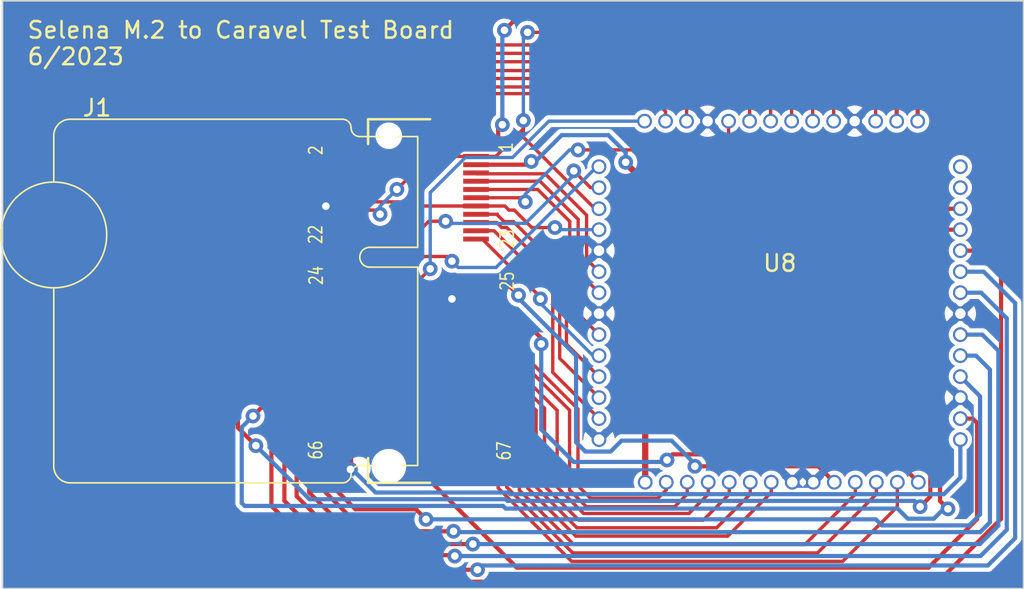
<source format=kicad_pcb>
(kicad_pcb (version 20221018) (generator pcbnew)
  (layers (0 "F.Cu" signal) (31 "B.Cu" signal) (34 "B.Paste" user) (35 "F.Paste" user) (36 "B.SilkS" user "B.Silkscreen") (37 "F.SilkS" user "F.Silkscreen") (38 "B.Mask" user) (39 "F.Mask" user) (44 "Edge.Cuts" user))
  (net 0 "")
  (net 1 "vccd2")
  (net 3 "vddio")
  (net 5 "vdda")
  (net 7 "~{RST}")
  (net 9 "xclk")
  (net 11 "Caravel_CSB")
  (net 12 "GND")
  (net 13 "vdda2")
  (net 14 "vccd")
  (net 15 "Caravel_D0")
  (net 16 "Caravel_D1")
  (net 18 "gpio")
  (net 19 "SA_col_sel0")
  (net 20 "Caravel_SCK")
  (net 21 "SA_col_sel1")
  (net 22 "vdda1")
  (net 23 "SA_col_sel2")
  (net 24 "vccd1")
  (net 25 "SA_row_sel0")
  (net 26 "SA_row_sel1")
  (net 28 "SA_row_sel2")
  (net 30 "LA__col_data_in")
  (net 32 "LA_col_rst")
  (net 34 "LA_col_ena")
  (net 36 "LA_col_clk")
  (net 39 "mprj_io[1]_SDO")
  (net 41 "mprj_io[2]_SDI")
  (net 42 "Gring")
  (net 43 "mprj_io[3]_CSB")
  (net 44 "CSA_VREF")
  (net 45 "mprj_io[4]_SCK")
  (net 46 "VREF")
  (net 47 "mprj_io[5]_ser_rx")
  (net 48 "VBIAS")
  (net 49 "LA_row_clk__ser_tx")
  (net 50 "SF_IB")
  (net 51 "LA_row_ena")
  (net 52 "NB1")
  (net 53 "LA_row_rst")
  (net 54 "NB2")
  (net 55 "LA_row_data_in")
  (net 56 "OUT_IB")
  (net 58 "AMP_IB")
  (net 60 "SA_output")
  (net 62 "LA_output")
  (footprint "dave:M.2-CONNECTOR-E" (layer "F.Cu") (at 141.9668 89.283 90)
    (fp_text reference "J1")
    (fp_text value "Conn_M.2" hide)
  )
  (footprint "dave:Caravel_Carrier_Footprint" (layer "F.Cu") (at 165.0893 89.3224 -90)
    (fp_text reference "U8")
    (fp_text value "Caravel_Footprint")
  )
  (gr_line (start 180.34 71.12) (end 118.618 71.12) (stroke (width 0.1)) (layer "Edge.Cuts"))
  (gr_line (start 118.618 71.12) (end 118.618 106.68) (stroke (width 0.1)) (layer "Edge.Cuts"))
  (gr_line (start 180.34 106.68) (end 180.34 71.12) (stroke (width 0.1)) (layer "Edge.Cuts"))
  (gr_line (start 118.618 106.68) (end 180.34 106.68) (stroke (width 0.1)) (layer "Edge.Cuts"))
  (gr_text "Selena M.2 to Caravel Test Board\n6/2023" (at 120.0404 75.0824) (layer "F.SilkS") (effects (font (size 1 1)) (justify left bottom)))
  (segment (start 148.0022 80.033) (end 148.5793 79.4559) (width 0.254) (layer "F.Cu") (net 1))
  (segment (start 148.5793 78.8693) (end 148.8333 78.6153) (width 0.254) (layer "F.Cu") (net 1))
  (segment (start 148.5793 79.4559) (end 148.5793 78.8693) (width 0.254) (layer "F.Cu") (net 1))
  (segment (start 147.2418 80.033) (end 148.0022 80.033) (width 0.254) (layer "F.Cu") (net 1))
  (segment (start 167.1467 72.1383) (end 172.67 77.6616) (width 0.254) (layer "F.Cu") (net 1))
  (segment (start 148.9603 72.9003) (end 149.7223 72.1383) (width 0.254) (layer "F.Cu") (net 1))
  (segment (start 149.7223 72.1383) (end 167.1467 72.1383) (width 0.254) (layer "F.Cu") (net 1))
  (segment (start 172.67 77.6616) (end 172.67 78.4004) (width 0.254) (layer "F.Cu") (net 1))
  (via (at 148.9603 72.9003) (size 0.889) (drill 0.4572) (layers "F.Cu" "B.Cu") (net 1))
  (via (at 148.8333 78.6153) (size 0.889) (drill 0.4572) (layers "F.Cu" "B.Cu") (net 1))
  (segment (start 148.8333 73.0273) (end 148.8333 78.6153) (width 0.254) (layer "B.Cu") (net 1))
  (segment (start 148.9603 72.9003) (end 148.8333 73.0273) (width 0.254) (layer "B.Cu") (net 1))
  (segment (start 149.0873 79.8853) (end 148.4396 80.533) (width 0.2032) (layer "F.Cu") (net 3))
  (segment (start 141.1931 83.783) (end 141.4419 84.0318) (width 0.2032) (layer "F.Cu") (net 3))
  (segment (start 139.6918 83.783) (end 141.1931 83.783) (width 0.2032) (layer "F.Cu") (net 3))
  (segment (start 150.1033 78.8693) (end 150.1033 78.3613) (width 0.2032) (layer "F.Cu") (net 3))
  (segment (start 150.3573 73.0273) (end 166.8673 73.0273) (width 0.2032) (layer "F.Cu") (net 3))
  (segment (start 154.6753 83.6953) (end 154.4273 83.6953) (width 0.2032) (layer "F.Cu") (net 3))
  (segment (start 149.0873 79.8853) (end 150.1033 78.8693) (width 0.2032) (layer "F.Cu") (net 3))
  (segment (start 148.4396 80.533) (end 147.2418 80.533) (width 0.2032) (layer "F.Cu") (net 3))
  (segment (start 154.4273 83.6953) (end 150.1033 79.3713) (width 0.2032) (layer "F.Cu") (net 3))
  (segment (start 150.1033 79.3713) (end 150.1033 78.3613) (width 0.2032) (layer "F.Cu") (net 3))
  (segment (start 142.4579 82.5269) (end 144.4518 80.533) (width 0.2032) (layer "F.Cu") (net 3))
  (segment (start 144.4518 80.533) (end 147.2418 80.533) (width 0.2032) (layer "F.Cu") (net 3))
  (segment (start 171.4 77.56) (end 171.4 78.4004) (width 0.2032) (layer "F.Cu") (net 3))
  (segment (start 166.8673 73.0273) (end 171.4 77.56) (width 0.2032) (layer "F.Cu") (net 3))
  (via (at 141.4419 84.0318) (size 0.889) (drill 0.4572) (layers "F.Cu" "B.Cu") (net 3))
  (via (at 142.4579 82.5269) (size 0.889) (drill 0.4572) (layers "F.Cu" "B.Cu") (net 3))
  (via (at 150.3573 73.0273) (size 0.889) (drill 0.4572) (layers "F.Cu" "B.Cu") (net 3))
  (via (at 150.1033 78.3613) (size 0.889) (drill 0.4572) (layers "F.Cu" "B.Cu") (net 3))
  (segment (start 150.1033 73.2813) (end 150.1033 78.3613) (width 0.2032) (layer "B.Cu") (net 3))
  (segment (start 150.3573 73.0273) (end 150.1033 73.2813) (width 0.2032) (layer "B.Cu") (net 3))
  (segment (start 141.4419 84.0318) (end 141.4419 83.5429) (width 0.2032) (layer "B.Cu") (net 3))
  (segment (start 141.4419 83.5429) (end 142.4579 82.5269) (width 0.2032) (layer "B.Cu") (net 3))
  (segment (start 156.2893 80.9373) (end 156.2893 80.8873) (width 0.254) (layer "F.Cu") (net 5))
  (segment (start 147.2418 81.033) (end 150.382732 81.033) (width 0.254) (layer "F.Cu") (net 5))
  (segment (start 150.382732 81.033) (end 150.580305 80.835427) (width 0.254) (layer "F.Cu") (net 5))
  (segment (start 157.4693 100.2444) (end 157.4693 82.1173) (width 0.381) (layer "F.Cu") (net 5))
  (segment (start 157.4693 82.1173) (end 156.2893 80.9373) (width 0.381) (layer "F.Cu") (net 5))
  (via (at 150.580305 80.835427) (size 0.889) (drill 0.4572) (layers "F.Cu" "B.Cu") (net 5))
  (via (at 156.2893 80.8873) (size 0.889) (drill 0.4572) (layers "F.Cu" "B.Cu") (net 5))
  (segment (start 156.2893 80.2973) (end 155.2393 79.2473) (width 0.254) (layer "B.Cu") (net 5))
  (segment (start 156.2893 80.8873) (end 156.2893 80.2973) (width 0.254) (layer "B.Cu") (net 5))
  (segment (start 150.6893 80.9773) (end 150.580305 80.868305) (width 0.254) (layer "B.Cu") (net 5))
  (segment (start 155.2393 79.2473) (end 152.4193 79.2473) (width 0.254) (layer "B.Cu") (net 5))
  (segment (start 152.4193 79.2473) (end 150.6893 80.9773) (width 0.254) (layer "B.Cu") (net 5))
  (segment (start 150.580305 80.868305) (end 150.580305 80.835427) (width 0.254) (layer "B.Cu") (net 5))
  (segment (start 151.4218 81.5848) (end 153.926 84.089) (width 0.2032) (layer "F.Cu") (net 7))
  (segment (start 153.926 86.756) (end 154.6753 87.5053) (width 0.2032) (layer "F.Cu") (net 7))
  (segment (start 147.2418 81.533) (end 147.2936 81.5848) (width 0.2032) (layer "F.Cu") (net 7))
  (segment (start 147.2936 81.5848) (end 151.4218 81.5848) (width 0.2032) (layer "F.Cu") (net 7))
  (segment (start 153.926 84.089) (end 153.926 86.756) (width 0.2032) (layer "F.Cu") (net 7))
  (segment (start 153.416 84.341) (end 153.416 87.376) (width 0.2032) (layer "F.Cu") (net 9))
  (segment (start 153.926 87.886) (end 153.926 88.026) (width 0.2032) (layer "F.Cu") (net 9))
  (segment (start 147.2418 82.033) (end 151.108 82.033) (width 0.2032) (layer "F.Cu") (net 9))
  (segment (start 151.108 82.033) (end 153.416 84.341) (width 0.2032) (layer "F.Cu") (net 9))
  (segment (start 153.926 88.026) (end 154.6753 88.7753) (width 0.2032) (layer "F.Cu") (net 9))
  (segment (start 153.416 87.376) (end 153.926 87.886) (width 0.2032) (layer "F.Cu") (net 9))
  (segment (start 152.908 84.468) (end 152.908 87.381106) (width 0.2032) (layer "F.Cu") (net 11))
  (segment (start 153.0624 87.535506) (end 153.0624 89.7024) (width 0.2032) (layer "F.Cu") (net 11))
  (segment (start 147.2418 82.533) (end 150.973 82.533) (width 0.2032) (layer "F.Cu") (net 11))
  (segment (start 153.0624 89.7024) (end 154.6753 91.3153) (width 0.2032) (layer "F.Cu") (net 11))
  (segment (start 150.973 82.533) (end 152.908 84.468) (width 0.2032) (layer "F.Cu") (net 11))
  (segment (start 152.908 87.381106) (end 153.0624 87.535506) (width 0.2032) (layer "F.Cu") (net 11))
  (segment (start 138.595 82.783) (end 139.6918 82.783) (width 0.2032) (layer "F.Cu") (net 12))
  (segment (start 139.6918 84.283) (end 138.5244 84.283) (width 0.2032) (layer "F.Cu") (net 12))
  (segment (start 147.2418 89.033) (end 145.9086 89.033) (width 0.2032) (layer "F.Cu") (net 12))
  (segment (start 145.9086 89.033) (end 145.7853 89.1563) (width 0.2032) (layer "F.Cu") (net 12))
  (segment (start 138.5244 84.283) (end 137.8097 83.5683) (width 0.2032) (layer "F.Cu") (net 12))
  (segment (start 137.8097 83.5683) (end 138.595 82.783) (width 0.2032) (layer "F.Cu") (net 12))
  (via (at 138.1653 83.5429) (size 0.889) (drill 0.4572) (layers "F.Cu" "B.Cu") (net 12))
  (via (at 145.7853 89.1563) (size 0.889) (drill 0.4572) (layers "F.Cu" "B.Cu") (net 12))
  (segment (start 153.4053 80.1393) (end 161.7873 80.1393) (width 0.2032) (layer "F.Cu") (net 13))
  (segment (start 161.7873 80.1393) (end 162.51 79.4166) (width 0.2032) (layer "F.Cu") (net 13))
  (segment (start 162.51 79.4166) (end 162.51 78.4004) (width 0.2032) (layer "F.Cu") (net 13))
  (segment (start 150.220268 83.281367) (end 149.971901 83.033) (width 0.2032) (layer "F.Cu") (net 13))
  (segment (start 149.971901 83.033) (end 147.2418 83.033) (width 0.2032) (layer "F.Cu") (net 13))
  (via (at 153.4053 80.1393) (size 0.889) (drill 0.4572) (layers "F.Cu" "B.Cu") (net 13))
  (via (at 150.220268 83.281367) (size 0.889) (drill 0.4572) (layers "F.Cu" "B.Cu") (net 13))
  (segment (start 150.220268 82.816332) (end 152.8973 80.1393) (width 0.2032) (layer "B.Cu") (net 13))
  (segment (start 152.8973 80.1393) (end 153.4053 80.1393) (width 0.2032) (layer "B.Cu") (net 13))
  (segment (start 150.220268 83.281367) (end 150.220268 82.816332) (width 0.2032) (layer "B.Cu") (net 13))
  (segment (start 148.983806 83.533) (end 147.2418 83.533) (width 0.2032) (layer "F.Cu") (net 14))
  (segment (start 149.5548 83.7818) (end 149.232606 83.7818) (width 0.2032) (layer "F.Cu") (net 14))
  (segment (start 143.21 83.533) (end 147.2418 83.533) (width 0.2032) (layer "F.Cu") (net 14))
  (segment (start 152.0083 84.8383) (end 150.6113 84.8383) (width 0.2032) (layer "F.Cu") (net 14))
  (segment (start 150.6113 84.8383) (end 149.5548 83.7818) (width 0.2032) (layer "F.Cu") (net 14))
  (segment (start 139.6918 83.283) (end 142.96 83.283) (width 0.2032) (layer "F.Cu") (net 14))
  (segment (start 149.232606 83.7818) (end 148.983806 83.533) (width 0.2032) (layer "F.Cu") (net 14))
  (segment (start 142.96 83.283) (end 143.21 83.533) (width 0.2032) (layer "F.Cu") (net 14))
  (via (at 152.0083 84.8383) (size 0.889) (drill 0.4572) (layers "F.Cu" "B.Cu") (net 14))
  (segment (start 152.0083 84.8383) (end 152.1353 84.9653) (width 0.2032) (layer "B.Cu") (net 14))
  (segment (start 152.1353 84.9653) (end 154.6753 84.9653) (width 0.2032) (layer "B.Cu") (net 14))
  (segment (start 148.943277 84.4803) (end 149.5043 84.4803) (width 0.2032) (layer "F.Cu") (net 15))
  (segment (start 152.7068 87.6828) (end 152.7068 91.8868) (width 0.2032) (layer "F.Cu") (net 15))
  (segment (start 148.534106 84.071129) (end 148.943277 84.4803) (width 0.2032) (layer "F.Cu") (net 15))
  (segment (start 149.5043 84.4803) (end 152.7068 87.6828) (width 0.2032) (layer "F.Cu") (net 15))
  (segment (start 147.2418 84.033) (end 148.534106 84.033) (width 0.2032) (layer "F.Cu") (net 15))
  (segment (start 152.7068 91.8868) (end 154.6753 93.8553) (width 0.2032) (layer "F.Cu") (net 15))
  (segment (start 148.534106 84.033) (end 148.534106 84.071129) (width 0.2032) (layer "F.Cu") (net 15))
  (segment (start 152.3004 88.0384) (end 152.3004 92.7504) (width 0.2032) (layer "F.Cu") (net 16))
  (segment (start 148.795983 84.8359) (end 149.0979 84.8359) (width 0.2032) (layer "F.Cu") (net 16))
  (segment (start 148.493083 84.533) (end 148.795983 84.8359) (width 0.2032) (layer "F.Cu") (net 16))
  (segment (start 149.0979 84.8359) (end 152.3004 88.0384) (width 0.2032) (layer "F.Cu") (net 16))
  (segment (start 152.3004 92.7504) (end 154.6753 95.1253) (width 0.2032) (layer "F.Cu") (net 16))
  (segment (start 147.2418 84.533) (end 148.493083 84.533) (width 0.2032) (layer "F.Cu") (net 16))
  (segment (start 147.2418 85.033) (end 148.332764 85.033) (width 0.2032) (layer "F.Cu") (net 18))
  (segment (start 151.8813 88.581536) (end 151.8813 93.6013) (width 0.2032) (layer "F.Cu") (net 18))
  (segment (start 148.332764 85.033) (end 151.8813 88.581536) (width 0.2032) (layer "F.Cu") (net 18))
  (segment (start 151.8813 93.6013) (end 154.6753 96.3953) (width 0.2032) (layer "F.Cu") (net 18))
  (segment (start 143.5626 85.283) (end 139.6918 85.283) (width 0.2032) (layer "F.Cu") (net 19))
  (segment (start 154.1673 82.4253) (end 154.6753 82.4253) (width 0.2032) (layer "F.Cu") (net 19))
  (segment (start 144.3883 84.4573) (end 143.5626 85.283) (width 0.2032) (layer "F.Cu") (net 19))
  (segment (start 153.1513 81.4093) (end 154.1673 82.4253) (width 0.2032) (layer "F.Cu") (net 19))
  (segment (start 145.4043 84.4573) (end 144.3883 84.4573) (width 0.2032) (layer "F.Cu") (net 19))
  (via (at 153.1513 81.4093) (size 0.889) (drill 0.4572) (layers "F.Cu" "B.Cu") (net 19))
  (via (at 145.4043 84.4573) (size 0.889) (drill 0.4572) (layers "F.Cu" "B.Cu") (net 19))
  (segment (start 145.5313 84.5843) (end 150.2303 84.5843) (width 0.2032) (layer "B.Cu") (net 19))
  (segment (start 150.2303 84.5843) (end 153.1513 81.6633) (width 0.2032) (layer "B.Cu") (net 19))
  (segment (start 153.1513 81.6633) (end 153.1513 81.4093) (width 0.2032) (layer "B.Cu") (net 19))
  (segment (start 145.4043 84.4573) (end 145.5313 84.5843) (width 0.2032) (layer "B.Cu") (net 19))
  (segment (start 147.75 85.533) (end 147.2418 85.533) (width 0.2032) (layer "F.Cu") (net 20))
  (segment (start 147.75 85.66) (end 147.75 85.533) (width 0.2032) (layer "F.Cu") (net 20))
  (segment (start 151.13 89.154) (end 151.13 89.04) (width 0.2032) (layer "F.Cu") (net 20))
  (segment (start 151.13 89.04) (end 147.75 85.66) (width 0.2032) (layer "F.Cu") (net 20))
  (via (at 151.13 89.154) (size 0.889) (drill 0.4572) (layers "F.Cu" "B.Cu") (net 20))
  (segment (start 151.13 89.154) (end 151.13 89.4078) (width 0.2032) (layer "B.Cu") (net 20))
  (segment (start 151.13 89.4078) (end 154.3075 92.5853) (width 0.2032) (layer "B.Cu") (net 20))
  (segment (start 154.3075 92.5853) (end 154.6753 92.5853) (width 0.2032) (layer "B.Cu") (net 20))
  (segment (start 145.501982 86.586982) (end 140.887818 86.586982) (width 0.2032) (layer "F.Cu") (net 21))
  (segment (start 140.887818 86.586982) (end 139.6918 87.783) (width 0.2032) (layer "F.Cu") (net 21))
  (segment (start 145.7853 86.8703) (end 145.501982 86.586982) (width 0.2032) (layer "F.Cu") (net 21))
  (via (at 145.7853 86.8703) (size 0.889) (drill 0.4572) (layers "F.Cu" "B.Cu") (net 21))
  (segment (start 148.4523 87.2513) (end 154.5483 81.1553) (width 0.2032) (layer "B.Cu") (net 21))
  (segment (start 145.7853 86.8703) (end 146.1663 87.2513) (width 0.2032) (layer "B.Cu") (net 21))
  (segment (start 154.5483 81.1553) (end 154.6753 81.1553) (width 0.2032) (layer "B.Cu") (net 21))
  (segment (start 146.1663 87.2513) (end 148.4523 87.2513) (width 0.2032) (layer "B.Cu") (net 21))
  (segment (start 160.4693 99.2807) (end 167.9356 99.2807) (width 0.254) (layer "F.Cu") (net 22))
  (segment (start 167.9356 99.2807) (end 168.8993 100.2444) (width 0.254) (layer "F.Cu") (net 22))
  (segment (start 147.2418 88.033) (end 148.915 88.033) (width 0.254) (layer "F.Cu") (net 22))
  (segment (start 148.915 88.033) (end 149.8093 88.9273) (width 0.254) (layer "F.Cu") (net 22))
  (via (at 149.8093 88.9273) (size 0.889) (drill 0.4572) (layers "F.Cu" "B.Cu") (net 22))
  (via (at 160.4693 99.2807) (size 0.889) (drill 0.4572) (layers "F.Cu" "B.Cu") (net 22))
  (segment (start 149.8093 89.11085) (end 153.3293 92.63085) (width 0.254) (layer "B.Cu") (net 22))
  (segment (start 153.2893 97.8293) (end 153.8492 98.3892) (width 0.254) (layer "B.Cu") (net 22))
  (segment (start 149.8093 88.9273) (end 149.8093 89.11085) (width 0.254) (layer "B.Cu") (net 22))
  (segment (start 156.0427 97.7273) (end 159.0593 97.7273) (width 0.254) (layer "B.Cu") (net 22))
  (segment (start 153.2893 92.67085) (end 153.2893 97.8293) (width 0.254) (layer "B.Cu") (net 22))
  (segment (start 153.8492 98.3892) (end 155.3808 98.3892) (width 0.254) (layer "B.Cu") (net 22))
  (segment (start 159.0593 97.7273) (end 160.4693 99.1373) (width 0.254) (layer "B.Cu") (net 22))
  (segment (start 160.4693 99.1373) (end 160.4693 99.2807) (width 0.254) (layer "B.Cu") (net 22))
  (segment (start 153.3293 92.63085) (end 153.2893 92.67085) (width 0.254) (layer "B.Cu") (net 22))
  (segment (start 155.3808 98.3892) (end 156.0427 97.7273) (width 0.254) (layer "B.Cu") (net 22))
  (segment (start 143.526564 88.283) (end 144.473282 87.336282) (width 0.2032) (layer "F.Cu") (net 23))
  (segment (start 139.6918 88.283) (end 143.526564 88.283) (width 0.2032) (layer "F.Cu") (net 23))
  (via (at 144.473282 87.336282) (size 0.889) (drill 0.4572) (layers "F.Cu" "B.Cu") (net 23))
  (segment (start 146.5973 80.5973) (end 149.4493 80.5973) (width 0.2032) (layer "B.Cu") (net 23))
  (segment (start 151.6462 78.4004) (end 157.43 78.4004) (width 0.2032) (layer "B.Cu") (net 23))
  (segment (start 144.473282 87.336282) (end 144.473282 82.721318) (width 0.2032) (layer "B.Cu") (net 23))
  (segment (start 144.473282 82.721318) (end 146.5973 80.5973) (width 0.2032) (layer "B.Cu") (net 23))
  (segment (start 149.4493 80.5973) (end 151.6462 78.4004) (width 0.2032) (layer "B.Cu") (net 23))
  (segment (start 172.2922 98.5573) (end 159.1293 98.5573) (width 0.254) (layer "F.Cu") (net 24))
  (segment (start 151.1833 91.5313) (end 148.185 88.533) (width 0.254) (layer "F.Cu") (net 24))
  (segment (start 151.1833 91.8773) (end 151.1833 91.5313) (width 0.254) (layer "F.Cu") (net 24))
  (segment (start 173.9793 100.2444) (end 172.2922 98.5573) (width 0.254) (layer "F.Cu") (net 24))
  (segment (start 159.1293 98.5573) (end 158.7893 98.8973) (width 0.254) (layer "F.Cu") (net 24))
  (segment (start 148.185 88.533) (end 147.2418 88.533) (width 0.254) (layer "F.Cu") (net 24))
  (via (at 151.1833 91.8773) (size 0.889) (drill 0.4572) (layers "F.Cu" "B.Cu") (net 24))
  (via (at 158.7893 98.8973) (size 0.889) (drill 0.4572) (layers "F.Cu" "B.Cu") (net 24))
  (segment (start 151.1833 97.0513) (end 151.1833 91.8773) (width 0.254) (layer "B.Cu") (net 24))
  (segment (start 153.1493 99.0173) (end 151.1833 97.0513) (width 0.254) (layer "B.Cu") (net 24))
  (segment (start 158.6693 99.0173) (end 153.1493 99.0173) (width 0.254) (layer "B.Cu") (net 24))
  (segment (start 158.7893 98.8973) (end 158.6693 99.0173) (width 0.254) (layer "B.Cu") (net 24))
  (segment (start 137.4033 87.946564) (end 137.4033 80.9098) (width 0.2032) (layer "F.Cu") (net 25))
  (segment (start 158.7 77.814) (end 158.7 78.4004) (width 0.2032) (layer "F.Cu") (net 25))
  (segment (start 137.4033 80.9098) (end 141.5774 76.7357) (width 0.2032) (layer "F.Cu") (net 25))
  (segment (start 141.5774 76.7357) (end 157.6217 76.7357) (width 0.2032) (layer "F.Cu") (net 25))
  (segment (start 139.6918 88.783) (end 138.239736 88.783) (width 0.2032) (layer "F.Cu") (net 25))
  (segment (start 157.6217 76.7357) (end 158.7 77.814) (width 0.2032) (layer "F.Cu") (net 25))
  (segment (start 138.239736 88.783) (end 137.4033 87.946564) (width 0.2032) (layer "F.Cu") (net 25))
  (segment (start 159.97 77.56) (end 158.7393 76.3293) (width 0.2032) (layer "F.Cu") (net 26))
  (segment (start 158.7393 76.3293) (end 141.026036 76.3293) (width 0.2032) (layer "F.Cu") (net 26))
  (segment (start 141.026036 76.3293) (end 136.8953 80.460036) (width 0.2032) (layer "F.Cu") (net 26))
  (segment (start 136.8953 81.9173) (end 136.8953 88.0133) (width 0.2032) (layer "F.Cu") (net 26))
  (segment (start 159.97 78.4004) (end 159.97 77.56) (width 0.2032) (layer "F.Cu") (net 26))
  (segment (start 138.165 89.283) (end 139.6918 89.283) (width 0.2032) (layer "F.Cu") (net 26))
  (segment (start 136.8953 88.0133) (end 138.165 89.283) (width 0.2032) (layer "F.Cu") (net 26))
  (segment (start 136.8953 80.460036) (end 136.8953 81.9173) (width 0.2032) (layer "F.Cu") (net 26))
  (segment (start 137.903 89.783) (end 136.3873 88.2673) (width 0.2032) (layer "F.Cu") (net 28))
  (segment (start 139.6918 89.783) (end 137.903 89.783) (width 0.2032) (layer "F.Cu") (net 28))
  (segment (start 162.5493 75.8213) (end 163.78 77.052) (width 0.2032) (layer "F.Cu") (net 28))
  (segment (start 163.78 77.052) (end 163.78 78.4004) (width 0.2032) (layer "F.Cu") (net 28))
  (segment (start 140.5867 75.8213) (end 162.5493 75.8213) (width 0.2032) (layer "F.Cu") (net 28))
  (segment (start 136.3873 88.2673) (end 136.3873 80.0207) (width 0.2032) (layer "F.Cu") (net 28))
  (segment (start 136.3873 80.0207) (end 140.5867 75.8213) (width 0.2032) (layer "F.Cu") (net 28))
  (segment (start 163.8447 75.3387) (end 140.0533 75.3387) (width 0.2032) (layer "F.Cu") (net 30))
  (segment (start 165.05 78.4004) (end 165.05 76.544) (width 0.2032) (layer "F.Cu") (net 30))
  (segment (start 135.8793 79.5127) (end 135.8793 88.377264) (width 0.2032) (layer "F.Cu") (net 30))
  (segment (start 140.0533 75.3387) (end 135.8793 79.5127) (width 0.2032) (layer "F.Cu") (net 30))
  (segment (start 137.817636 90.283) (end 139.6918 90.283) (width 0.2032) (layer "F.Cu") (net 30))
  (segment (start 165.05 76.544) (end 163.8447 75.3387) (width 0.2032) (layer "F.Cu") (net 30))
  (segment (start 135.8793 88.377264) (end 137.801336 90.2993) (width 0.2032) (layer "F.Cu") (net 30))
  (segment (start 137.801336 90.2993) (end 137.817636 90.283) (width 0.2032) (layer "F.Cu") (net 30))
  (segment (start 137.633 90.783) (end 139.6918 90.783) (width 0.2032) (layer "F.Cu") (net 32))
  (segment (start 139.5707 74.8053) (end 135.3713 79.0047) (width 0.2032) (layer "F.Cu") (net 32))
  (segment (start 166.32 78.4004) (end 166.32 76.036) (width 0.2032) (layer "F.Cu") (net 32))
  (segment (start 135.3713 79.0047) (end 135.3713 88.5213) (width 0.2032) (layer "F.Cu") (net 32))
  (segment (start 166.32 76.036) (end 165.0893 74.8053) (width 0.2032) (layer "F.Cu") (net 32))
  (segment (start 135.3713 88.5213) (end 137.633 90.783) (width 0.2032) (layer "F.Cu") (net 32))
  (segment (start 165.0893 74.8053) (end 139.5707 74.8053) (width 0.2032) (layer "F.Cu") (net 32))
  (segment (start 134.8633 78.7507) (end 134.8633 88.7753) (width 0.2032) (layer "F.Cu") (net 34))
  (segment (start 137.371 91.283) (end 139.6918 91.283) (width 0.2032) (layer "F.Cu") (net 34))
  (segment (start 167.59 75.782) (end 166.1053 74.2973) (width 0.2032) (layer "F.Cu") (net 34))
  (segment (start 167.59 78.4004) (end 167.59 75.782) (width 0.2032) (layer "F.Cu") (net 34))
  (segment (start 166.1053 74.2973) (end 139.3167 74.2973) (width 0.2032) (layer "F.Cu") (net 34))
  (segment (start 139.3167 74.2973) (end 134.8633 78.7507) (width 0.2032) (layer "F.Cu") (net 34))
  (segment (start 134.8633 88.7753) (end 137.371 91.283) (width 0.2032) (layer "F.Cu") (net 34))
  (segment (start 139.0627 73.7893) (end 134.3553 78.4967) (width 0.2032) (layer "F.Cu") (net 36))
  (segment (start 134.3553 78.4967) (end 134.3553 89.5373) (width 0.2032) (layer "F.Cu") (net 36))
  (segment (start 166.6133 73.7893) (end 139.0627 73.7893) (width 0.2032) (layer "F.Cu") (net 36))
  (segment (start 168.86 78.4004) (end 168.86 76.036) (width 0.2032) (layer "F.Cu") (net 36))
  (segment (start 134.3553 89.5373) (end 136.601 91.783) (width 0.2032) (layer "F.Cu") (net 36))
  (segment (start 136.601 91.783) (end 139.6918 91.783) (width 0.2032) (layer "F.Cu") (net 36))
  (segment (start 168.86 76.036) (end 166.6133 73.7893) (width 0.2032) (layer "F.Cu") (net 36))
  (segment (start 150.117736 92.533) (end 147.2418 92.533) (width 0.2032) (layer "F.Cu") (net 39))
  (segment (start 158.2313 101.2213) (end 154.1673 101.2213) (width 0.2032) (layer "F.Cu") (net 39))
  (segment (start 153.4053 95.820564) (end 150.117736 92.533) (width 0.2032) (layer "F.Cu") (net 39))
  (segment (start 154.1673 101.2213) (end 153.4053 100.4593) (width 0.2032) (layer "F.Cu") (net 39))
  (segment (start 158.7393 100.7133) (end 158.2313 101.2213) (width 0.2032) (layer "F.Cu") (net 39))
  (segment (start 153.4053 100.4593) (end 153.4053 95.820564) (width 0.2032) (layer "F.Cu") (net 39))
  (segment (start 158.7393 100.2444) (end 158.7393 100.7133) (width 0.2032) (layer "F.Cu") (net 39))
  (segment (start 152.8973 100.7133) (end 152.8973 95.8873) (width 0.2032) (layer "F.Cu") (net 41))
  (segment (start 150.043 93.033) (end 147.2418 93.033) (width 0.2032) (layer "F.Cu") (net 41))
  (segment (start 160.0093 100.9673) (end 159.2473 101.7293) (width 0.2032) (layer "F.Cu") (net 41))
  (segment (start 152.8973 95.8873) (end 150.043 93.033) (width 0.2032) (layer "F.Cu") (net 41))
  (segment (start 159.2473 101.7293) (end 153.9133 101.7293) (width 0.2032) (layer "F.Cu") (net 41))
  (segment (start 160.0093 100.2444) (end 160.0093 100.9673) (width 0.2032) (layer "F.Cu") (net 41))
  (segment (start 153.9133 101.7293) (end 152.8973 100.7133) (width 0.2032) (layer "F.Cu") (net 41))
  (segment (start 140.49 71.6) (end 169.26 71.6) (width 0.254) (layer "F.Cu") (net 42))
  (segment (start 139.6918 93.283) (end 136.971 93.283) (width 0.254) (layer "F.Cu") (net 42))
  (segment (start 133.604 89.916) (end 133.604 78.486) (width 0.254) (layer "F.Cu") (net 42))
  (segment (start 173.94 76.28) (end 173.94 78.4004) (width 0.254) (layer "F.Cu") (net 42))
  (segment (start 133.604 78.486) (end 140.49 71.6) (width 0.254) (layer "F.Cu") (net 42))
  (segment (start 169.26 71.6) (end 173.94 76.28) (width 0.254) (layer "F.Cu") (net 42))
  (segment (start 136.971 93.283) (end 133.604 89.916) (width 0.254) (layer "F.Cu") (net 42))
  (segment (start 153.744964 102.1357) (end 160.1109 102.1357) (width 0.2032) (layer "F.Cu") (net 43))
  (segment (start 147.2418 93.533) (end 149.781 93.533) (width 0.2032) (layer "F.Cu") (net 43))
  (segment (start 160.1109 102.1357) (end 161.2793 100.9673) (width 0.2032) (layer "F.Cu") (net 43))
  (segment (start 152.146 100.536736) (end 153.744964 102.1357) (width 0.2032) (layer "F.Cu") (net 43))
  (segment (start 149.781 93.533) (end 152.146 95.898) (width 0.2032) (layer "F.Cu") (net 43))
  (segment (start 152.146 95.898) (end 152.146 100.536736) (width 0.2032) (layer "F.Cu") (net 43))
  (segment (start 161.2793 100.9673) (end 161.2793 100.2444) (width 0.2032) (layer "F.Cu") (net 43))
  (segment (start 174.7032 84.8368) (end 175.8447 83.6953) (width 0.254) (layer "F.Cu") (net 44))
  (segment (start 174.7032 101.1102) (end 174.7032 84.8368) (width 0.254) (layer "F.Cu") (net 44))
  (segment (start 132.85 96.9466) (end 132.85 95.73) (width 0.254) (layer "F.Cu") (net 44))
  (segment (start 133.9334 98.03) (end 132.85 96.9466) (width 0.254) (layer "F.Cu") (net 44))
  (segment (start 175.8447 83.6953) (end 176.5193 83.6953) (width 0.254) (layer "F.Cu") (net 44))
  (segment (start 174.0867 101.7267) (end 174.7032 101.1102) (width 0.254) (layer "F.Cu") (net 44))
  (segment (start 132.85 95.73) (end 134.797 93.783) (width 0.254) (layer "F.Cu") (net 44))
  (segment (start 134.797 93.783) (end 139.6918 93.783) (width 0.254) (layer "F.Cu") (net 44))
  (via (at 174.0867 101.7267) (size 0.889) (drill 0.4572) (layers "F.Cu" "B.Cu") (net 44))
  (via (at 133.9334 98.03) (size 0.889) (drill 0.4572) (layers "F.Cu" "B.Cu") (net 44))
  (segment (start 149.143786 101.3747) (end 149.042686 101.2736) (width 0.254) (layer "B.Cu") (net 44))
  (segment (start 174.0867 101.7267) (end 173.7347 101.3747) (width 0.254) (layer "B.Cu") (net 44))
  (segment (start 173.7347 101.3747) (end 149.143786 101.3747) (width 0.254) (layer "B.Cu") (net 44))
  (segment (start 149.042686 101.2736) (end 137.177 101.2736) (width 0.254) (layer "B.Cu") (net 44))
  (segment (start 137.177 101.2736) (end 133.9334 98.03) (width 0.254) (layer "B.Cu") (net 44))
  (segment (start 162.5493 100.2444) (end 162.5493 100.9673) (width 0.2032) (layer "F.Cu") (net 45))
  (segment (start 149.646 94.033) (end 147.2418 94.033) (width 0.2032) (layer "F.Cu") (net 45))
  (segment (start 160.9745 102.5421) (end 153.4561 102.5421) (width 0.2032) (layer "F.Cu") (net 45))
  (segment (start 151.384 95.771) (end 149.646 94.033) (width 0.2032) (layer "F.Cu") (net 45))
  (segment (start 151.384 100.47) (end 151.384 95.771) (width 0.2032) (layer "F.Cu") (net 45))
  (segment (start 153.4561 102.5421) (end 151.384 100.47) (width 0.2032) (layer "F.Cu") (net 45))
  (segment (start 162.5493 100.9673) (end 160.9745 102.5421) (width 0.2032) (layer "F.Cu") (net 45))
  (segment (start 175.4347 84.9653) (end 176.5193 84.9653) (width 0.254) (layer "F.Cu") (net 46))
  (segment (start 175.29 85.11) (end 175.4347 84.9653) (width 0.254) (layer "F.Cu") (net 46))
  (segment (start 133.76 96.24) (end 135.717 94.283) (width 0.254) (layer "F.Cu") (net 46))
  (segment (start 175.29 101.376) (end 175.29 85.11) (width 0.254) (layer "F.Cu") (net 46))
  (segment (start 175.768 101.854) (end 175.29 101.376) (width 0.254) (layer "F.Cu") (net 46))
  (segment (start 135.717 94.283) (end 139.6918 94.283) (width 0.254) (layer "F.Cu") (net 46))
  (via (at 175.768 101.854) (size 0.889) (drill 0.4572) (layers "F.Cu" "B.Cu") (net 46))
  (via (at 133.76 96.24) (size 0.889) (drill 0.4572) (layers "F.Cu" "B.Cu") (net 46))
  (segment (start 175.768 101.854) (end 175.514 101.854) (width 0.254) (layer "B.Cu") (net 46))
  (segment (start 133.08 101.5) (end 133.08 96.92) (width 0.254) (layer "B.Cu") (net 46))
  (segment (start 148.87435 101.68) (end 133.26 101.68) (width 0.254) (layer "B.Cu") (net 46))
  (segment (start 174.9174 102.4506) (end 173.3406 102.4506) (width 0.254) (layer "B.Cu") (net 46))
  (segment (start 172.73 101.84) (end 149.03435 101.84) (width 0.254) (layer "B.Cu") (net 46))
  (segment (start 173.3406 102.4506) (end 172.73 101.84) (width 0.254) (layer "B.Cu") (net 46))
  (segment (start 149.03435 101.84) (end 148.87435 101.68) (width 0.254) (layer "B.Cu") (net 46))
  (segment (start 133.08 96.92) (end 133.76 96.24) (width 0.254) (layer "B.Cu") (net 46))
  (segment (start 175.514 101.854) (end 174.9174 102.4506) (width 0.254) (layer "B.Cu") (net 46))
  (segment (start 133.26 101.68) (end 133.08 101.5) (width 0.254) (layer "B.Cu") (net 46))
  (segment (start 153.338564 102.9993) (end 161.7873 102.9993) (width 0.2032) (layer "F.Cu") (net 47))
  (segment (start 150.876 95.898) (end 150.876 100.536736) (width 0.2032) (layer "F.Cu") (net 47))
  (segment (start 163.8193 100.9673) (end 163.8193 100.2444) (width 0.2032) (layer "F.Cu") (net 47))
  (segment (start 147.2418 94.533) (end 149.511 94.533) (width 0.2032) (layer "F.Cu") (net 47))
  (segment (start 161.7873 102.9993) (end 163.8193 100.9673) (width 0.2032) (layer "F.Cu") (net 47))
  (segment (start 150.876 100.536736) (end 153.338564 102.9993) (width 0.2032) (layer "F.Cu") (net 47))
  (segment (start 149.511 94.533) (end 150.876 95.898) (width 0.2032) (layer "F.Cu") (net 47))
  (segment (start 178.98 102.46) (end 175.1761 106.2639) (width 0.254) (layer "F.Cu") (net 48))
  (segment (start 134.874 101.678736) (end 134.874 96.774) (width 0.254) (layer "F.Cu") (net 48))
  (segment (start 136.865 94.783) (end 139.6918 94.783) (width 0.254) (layer "F.Cu") (net 48))
  (segment (start 139.459164 106.2639) (end 134.874 101.678736) (width 0.254) (layer "F.Cu") (net 48))
  (segment (start 177.4353 86.2353) (end 178.98 87.78) (width 0.254) (layer "F.Cu") (net 48))
  (segment (start 176.5193 86.2353) (end 177.4353 86.2353) (width 0.254) (layer "F.Cu") (net 48))
  (segment (start 178.98 87.78) (end 178.98 102.46) (width 0.254) (layer "F.Cu") (net 48))
  (segment (start 134.874 96.774) (end 136.865 94.783) (width 0.254) (layer "F.Cu") (net 48))
  (segment (start 175.1761 106.2639) (end 139.459164 106.2639) (width 0.254) (layer "F.Cu") (net 48))
  (segment (start 153.271828 103.5073) (end 150.368 100.603472) (width 0.2032) (layer "F.Cu") (net 49))
  (segment (start 165.0893 100.2444) (end 165.0893 100.873017) (width 0.2032) (layer "F.Cu") (net 49))
  (segment (start 150.368 100.603472) (end 150.368 96.279) (width 0.2032) (layer "F.Cu") (net 49))
  (segment (start 162.455017 103.5073) (end 153.271828 103.5073) (width 0.2032) (layer "F.Cu") (net 49))
  (segment (start 149.122 95.033) (end 147.2418 95.033) (width 0.2032) (layer "F.Cu") (net 49))
  (segment (start 150.368 96.279) (end 149.122 95.033) (width 0.2032) (layer "F.Cu") (net 49))
  (segment (start 165.0893 100.873017) (end 162.455017 103.5073) (width 0.2032) (layer "F.Cu") (net 49))
  (segment (start 135.66 101.37) (end 139.83 105.54) (width 0.254) (layer "F.Cu") (net 50))
  (segment (start 139.6918 95.283) (end 137.127 95.283) (width 0.254) (layer "F.Cu") (net 50))
  (segment (start 135.66 96.75) (end 135.66 101.37) (width 0.254) (layer "F.Cu") (net 50))
  (segment (start 139.83 105.54) (end 147.33 105.54) (width 0.254) (layer "F.Cu") (net 50))
  (segment (start 137.127 95.283) (end 135.66 96.75) (width 0.254) (layer "F.Cu") (net 50))
  (via (at 147.33 105.54) (size 0.889) (drill 0.4572) (layers "F.Cu" "B.Cu") (net 50))
  (segment (start 147.587 105.283) (end 178.181 105.283) (width 0.254) (layer "B.Cu") (net 50))
  (segment (start 179.832 89.408) (end 177.9293 87.5053) (width 0.254) (layer "B.Cu") (net 50))
  (segment (start 177.9293 87.5053) (end 176.5193 87.5053) (width 0.254) (layer "B.Cu") (net 50))
  (segment (start 178.181 105.283) (end 179.832 103.632) (width 0.254) (layer "B.Cu") (net 50))
  (segment (start 147.33 105.54) (end 147.587 105.283) (width 0.254) (layer "B.Cu") (net 50))
  (segment (start 179.832 103.632) (end 179.832 89.408) (width 0.254) (layer "B.Cu") (net 50))
  (segment (start 170.1693 100.9673) (end 170.1693 100.2444) (width 0.2032) (layer "F.Cu") (net 51))
  (segment (start 149.86 100.724) (end 153.1513 104.0153) (width 0.2032) (layer "F.Cu") (net 51))
  (segment (start 148.86 95.533) (end 149.86 96.533) (width 0.2032) (layer "F.Cu") (net 51))
  (segment (start 147.2418 95.533) (end 148.86 95.533) (width 0.2032) (layer "F.Cu") (net 51))
  (segment (start 149.86 96.533) (end 149.86 100.724) (width 0.2032) (layer "F.Cu") (net 51))
  (segment (start 153.1513 104.0153) (end 167.1213 104.0153) (width 0.2032) (layer "F.Cu") (net 51))
  (segment (start 167.1213 104.0153) (end 170.1693 100.9673) (width 0.2032) (layer "F.Cu") (net 51))
  (segment (start 139.966 104.66) (end 145.9098 104.66) (width 0.254) (layer "F.Cu") (net 52))
  (segment (start 137.389 95.783) (end 136.398 96.774) (width 0.254) (layer "F.Cu") (net 52))
  (segment (start 145.9098 104.66) (end 145.96 104.7102) (width 0.254) (layer "F.Cu") (net 52))
  (segment (start 139.6918 95.783) (end 137.389 95.783) (width 0.254) (layer "F.Cu") (net 52))
  (segment (start 136.398 96.774) (end 136.398 101.092) (width 0.254) (layer "F.Cu") (net 52))
  (segment (start 136.398 101.092) (end 139.966 104.66) (width 0.254) (layer "F.Cu") (net 52))
  (via (at 145.96 104.7102) (size 0.889) (drill 0.4572) (layers "F.Cu" "B.Cu") (net 52))
  (segment (start 179.324 90.324) (end 177.7753 88.7753) (width 0.254) (layer "B.Cu") (net 52))
  (segment (start 177.7378 104.7102) (end 179.324 103.124) (width 0.254) (layer "B.Cu") (net 52))
  (segment (start 179.324 103.124) (end 179.324 90.324) (width 0.254) (layer "B.Cu") (net 52))
  (segment (start 177.7753 88.7753) (end 176.5193 88.7753) (width 0.254) (layer "B.Cu") (net 52))
  (segment (start 145.96 104.7102) (end 177.7378 104.7102) (width 0.254) (layer "B.Cu") (net 52))
  (segment (start 167.8833 104.5233) (end 171.4393 100.9673) (width 0.2032) (layer "F.Cu") (net 53))
  (segment (start 147.2418 96.033) (end 148.598 96.033) (width 0.2032) (layer "F.Cu") (net 53))
  (segment (start 171.4393 100.9673) (end 171.4393 100.2444) (width 0.2032) (layer "F.Cu") (net 53))
  (segment (start 148.598 96.033) (end 149.098 96.533) (width 0.2032) (layer "F.Cu") (net 53))
  (segment (start 149.098 96.533) (end 149.098 100.536736) (width 0.2032) (layer "F.Cu") (net 53))
  (segment (start 153.084564 104.5233) (end 167.8833 104.5233) (width 0.2032) (layer "F.Cu") (net 53))
  (segment (start 149.098 100.536736) (end 153.084564 104.5233) (width 0.2032) (layer "F.Cu") (net 53))
  (segment (start 137.16 100.8672) (end 140.2796 103.9868) (width 0.254) (layer "F.Cu") (net 54))
  (segment (start 137.16 96.774) (end 137.16 100.8672) (width 0.254) (layer "F.Cu") (net 54))
  (segment (start 140.2796 103.9868) (end 147.05 103.9868) (width 0.254) (layer "F.Cu") (net 54))
  (segment (start 139.6918 96.283) (end 137.651 96.283) (width 0.254) (layer "F.Cu") (net 54))
  (segment (start 137.651 96.283) (end 137.16 96.774) (width 0.254) (layer "F.Cu") (net 54))
  (via (at 147.05 103.9868) (size 0.889) (drill 0.4572) (layers "F.Cu" "B.Cu") (net 54))
  (segment (start 177.6992 103.9868) (end 178.816 102.87) (width 0.254) (layer "B.Cu") (net 54))
  (segment (start 178.816 102.87) (end 178.816 92.286) (width 0.254) (layer "B.Cu") (net 54))
  (segment (start 147.05 103.9868) (end 177.6992 103.9868) (width 0.254) (layer "B.Cu") (net 54))
  (segment (start 178.816 92.286) (end 177.8453 91.3153) (width 0.254) (layer "B.Cu") (net 54))
  (segment (start 177.8453 91.3153) (end 176.5193 91.3153) (width 0.254) (layer "B.Cu") (net 54))
  (segment (start 148.5793 96.8359) (end 148.5793 100.592772) (width 0.2032) (layer "F.Cu") (net 55))
  (segment (start 172.7093 101.7293) (end 172.7093 100.2444) (width 0.2032) (layer "F.Cu") (net 55))
  (segment (start 148.5793 100.592772) (end 153.017828 105.0313) (width 0.2032) (layer "F.Cu") (net 55))
  (segment (start 169.4073 105.0313) (end 172.7093 101.7293) (width 0.2032) (layer "F.Cu") (net 55))
  (segment (start 147.2418 96.533) (end 148.2764 96.533) (width 0.2032) (layer "F.Cu") (net 55))
  (segment (start 153.017828 105.0313) (end 169.4073 105.0313) (width 0.2032) (layer "F.Cu") (net 55))
  (segment (start 148.2764 96.533) (end 148.5793 96.8359) (width 0.2032) (layer "F.Cu") (net 55))
  (segment (start 137.69 97.26) (end 137.69 100.400368) (width 0.254) (layer "F.Cu") (net 56))
  (segment (start 138.167 96.783) (end 137.69 97.26) (width 0.254) (layer "F.Cu") (net 56))
  (segment (start 137.69 100.400368) (end 140.503032 103.2134) (width 0.254) (layer "F.Cu") (net 56))
  (segment (start 140.503032 103.2134) (end 145.88 103.2134) (width 0.254) (layer "F.Cu") (net 56))
  (segment (start 139.6918 96.783) (end 138.167 96.783) (width 0.254) (layer "F.Cu") (net 56))
  (via (at 145.88 103.2134) (size 0.889) (drill 0.4572) (layers "F.Cu" "B.Cu") (net 56))
  (segment (start 178.308 102.671) (end 178.308 93.428) (width 0.254) (layer "B.Cu") (net 56))
  (segment (start 177.7156 103.2634) (end 178.308 102.671) (width 0.254) (layer "B.Cu") (net 56))
  (segment (start 178.308 93.428) (end 177.4653 92.5853) (width 0.254) (layer "B.Cu") (net 56))
  (segment (start 145.88 103.2134) (end 145.93 103.2634) (width 0.254) (layer "B.Cu") (net 56))
  (segment (start 177.4653 92.5853) (end 176.5193 92.5853) (width 0.254) (layer "B.Cu") (net 56))
  (segment (start 145.93 103.2634) (end 177.7156 103.2634) (width 0.254) (layer "B.Cu") (net 56))
  (segment (start 138.537 97.283) (end 138.26 97.56) (width 0.254) (layer "F.Cu") (net 58))
  (segment (start 139.6918 97.283) (end 138.537 97.283) (width 0.254) (layer "F.Cu") (net 58))
  (segment (start 139.95 101.88) (end 143.61 101.88) (width 0.254) (layer "F.Cu") (net 58))
  (segment (start 138.26 100.19) (end 139.95 101.88) (width 0.254) (layer "F.Cu") (net 58))
  (segment (start 138.26 97.56) (end 138.26 100.19) (width 0.254) (layer "F.Cu") (net 58))
  (segment (start 143.61 101.88) (end 144.22 102.49) (width 0.254) (layer "F.Cu") (net 58))
  (via (at 144.22 102.49) (size 0.889) (drill 0.4572) (layers "F.Cu" "B.Cu") (net 58))
  (segment (start 171.777 102.857) (end 177.051 102.857) (width 0.254) (layer "B.Cu") (net 58))
  (segment (start 177.71 95.046) (end 176.5193 93.8553) (width 0.254) (layer "B.Cu") (net 58))
  (segment (start 171.41 102.49) (end 171.777 102.857) (width 0.254) (layer "B.Cu") (net 58))
  (segment (start 144.22 102.49) (end 171.41 102.49) (width 0.254) (layer "B.Cu") (net 58))
  (segment (start 177.051 102.857) (end 177.71 102.198) (width 0.254) (layer "B.Cu") (net 58))
  (segment (start 177.71 102.198) (end 177.71 95.046) (width 0.254) (layer "B.Cu") (net 58))
  (segment (start 143.72 98.55) (end 143.72 99.42) (width 0.254) (layer "F.Cu") (net 60))
  (segment (start 142.953 97.783) (end 143.72 98.55) (width 0.254) (layer "F.Cu") (net 60))
  (segment (start 143.72 99.42) (end 149.7123 105.4123) (width 0.254) (layer "F.Cu") (net 60))
  (segment (start 149.7123 105.4123) (end 174.5977 105.4123) (width 0.254) (layer "F.Cu") (net 60))
  (segment (start 177.53 102.48) (end 177.53 96.66) (width 0.254) (layer "F.Cu") (net 60))
  (segment (start 139.6918 97.783) (end 142.953 97.783) (width 0.254) (layer "F.Cu") (net 60))
  (segment (start 177.2653 96.3953) (end 176.5193 96.3953) (width 0.254) (layer "F.Cu") (net 60))
  (segment (start 177.53 96.66) (end 177.2653 96.3953) (width 0.254) (layer "F.Cu") (net 60))
  (segment (start 174.5977 105.4123) (end 177.53 102.48) (width 0.254) (layer "F.Cu") (net 60))
  (segment (start 139.6918 99.4238) (end 139.6918 98.283) (width 0.254) (layer "F.Cu") (net 62))
  (segment (start 139.6492 99.4664) (end 139.6918 99.4238) (width 0.254) (layer "F.Cu") (net 62))
  (via (at 139.6492 99.4664) (size 0.889) (drill 0.4572) (layers "F.Cu" "B.Cu") (net 62))
  (segment (start 139.6492 99.4664) (end 139.7664 99.4664) (width 0.254) (layer "B.Cu") (net 62))
  (segment (start 149.312122 100.9683) (end 175.5217 100.9683) (width 0.254) (layer "B.Cu") (net 62))
  (segment (start 176.5193 99.9707) (end 176.5193 97.6653) (width 0.254) (layer "B.Cu") (net 62))
  (segment (start 149.211022 100.8672) (end 149.312122 100.9683) (width 0.254) (layer "B.Cu") (net 62))
  (segment (start 139.7664 99.4664) (end 141.1672 100.8672) (width 0.254) (layer "B.Cu") (net 62))
  (segment (start 141.1672 100.8672) (end 149.211022 100.8672) (width 0.254) (layer "B.Cu") (net 62))
  (segment (start 175.5217 100.9683) (end 176.5193 99.9707) (width 0.254) (layer "B.Cu") (net 62))
  (zone (net 12) (net_name "GND") (layer "B.Cu") (connect_pads (clearance 0.254)) (min_thickness 0.0254) (fill yes (thermal_gap 0.5) (thermal_bridge_width 0.5))
    (polygon (pts (xy 118.618 71.12) (xy 180.343778 71.12) (xy 180.33986 106.68) (xy 118.618 106.68)))
  )
)
</source>
